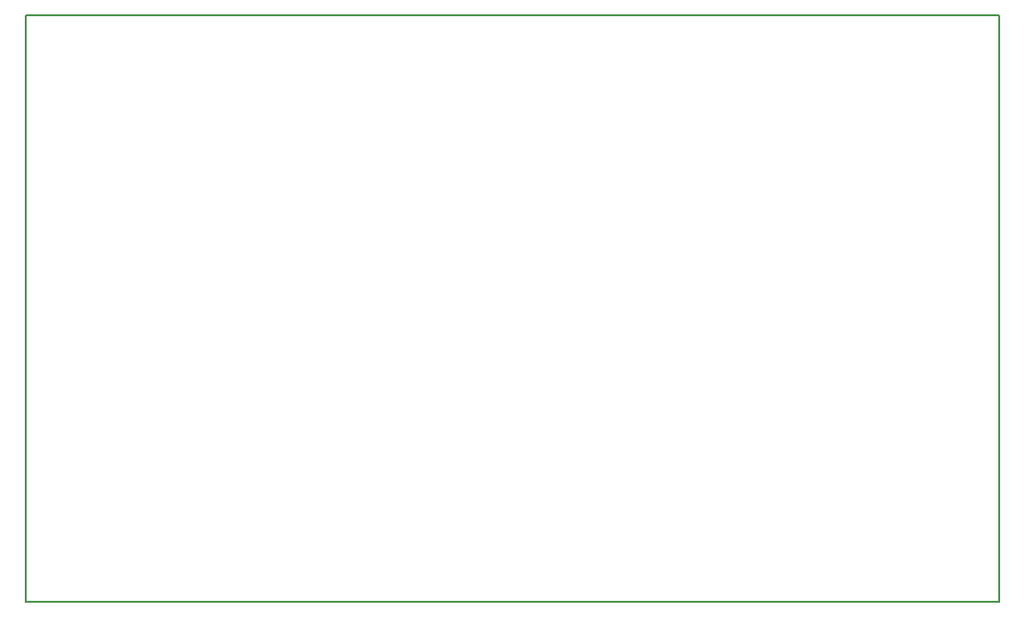
<source format=gbr>
G04 #@! TF.GenerationSoftware,KiCad,Pcbnew,(5.0.1)-4*
G04 #@! TF.CreationDate,2023-11-21T15:21:17+01:00*
G04 #@! TF.ProjectId,AetS_Spectrum_1way,416574535F537065637472756D5F3177,rev?*
G04 #@! TF.SameCoordinates,Original*
G04 #@! TF.FileFunction,Profile,NP*
%FSLAX46Y46*%
G04 Gerber Fmt 4.6, Leading zero omitted, Abs format (unit mm)*
G04 Created by KiCad (PCBNEW (5.0.1)-4) date 21/11/2023 15:21:17*
%MOMM*%
%LPD*%
G01*
G04 APERTURE LIST*
%ADD10C,0.200000*%
G04 APERTURE END LIST*
D10*
X157480000Y-82550000D02*
X157480000Y-30480000D01*
X243840000Y-82550000D02*
X157480000Y-82550000D01*
X243840000Y-30480000D02*
X243840000Y-82550000D01*
X157480000Y-30480000D02*
X243840000Y-30480000D01*
M02*

</source>
